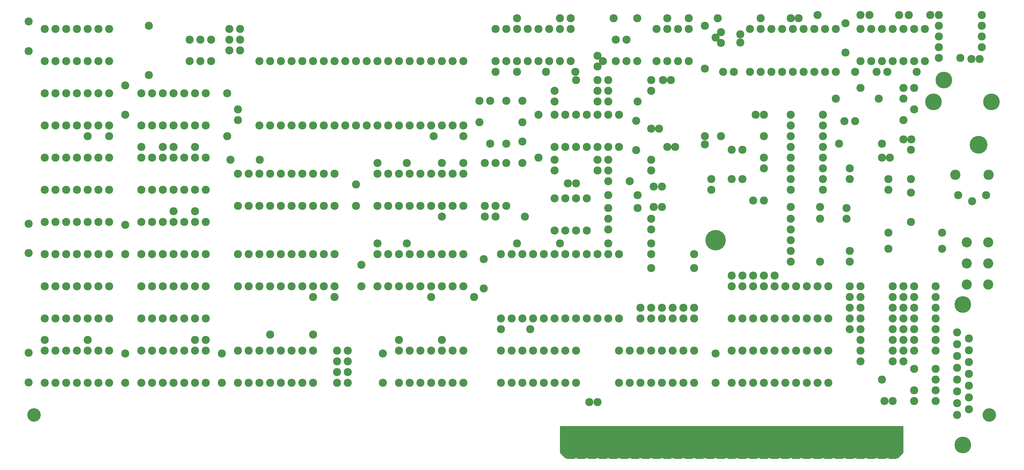
<source format=gbr>
G04 #@! TF.FileFunction,Soldermask,Bot*
%FSLAX46Y46*%
G04 Gerber Fmt 4.6, Leading zero omitted, Abs format (unit mm)*
G04 Created by KiCad (PCBNEW 4.0.7) date 01/18/19 16:59:07*
%MOMM*%
%LPD*%
G01*
G04 APERTURE LIST*
%ADD10C,0.100000*%
%ADD11C,1.924000*%
%ADD12R,1.924000X7.258000*%
%ADD13C,4.845000*%
%ADD14C,4.210000*%
%ADD15C,2.400000*%
%ADD16C,3.956000*%
%ADD17C,3.194000*%
%ADD18C,2.432000*%
%ADD19C,0.254000*%
G04 APERTURE END LIST*
D10*
D11*
X177165000Y-70104000D03*
X179070000Y-70104000D03*
X203200000Y-48260000D03*
X201295000Y-48260000D03*
X189230000Y-53340000D03*
X189230000Y-55245000D03*
X203200000Y-58420000D03*
X203200000Y-60960000D03*
X190754000Y-63500000D03*
X190754000Y-66040000D03*
X198120000Y-63500000D03*
X198120000Y-56515000D03*
X195580000Y-63500000D03*
X195580000Y-56515000D03*
X203200000Y-68580000D03*
X200660000Y-68580000D03*
X209550000Y-70104000D03*
X216535000Y-70104000D03*
X237998000Y-66675000D03*
X237998000Y-73660000D03*
X237998000Y-63500000D03*
X237998000Y-56515000D03*
X232664000Y-63500000D03*
X232664000Y-66040000D03*
X223520000Y-60960000D03*
X223520000Y-63500000D03*
X231140000Y-58420000D03*
X233045000Y-58420000D03*
X236220000Y-54102000D03*
X238125000Y-54102000D03*
X222250000Y-49784000D03*
X224790000Y-49784000D03*
X209550000Y-83058000D03*
X216535000Y-83058000D03*
X223520000Y-80518000D03*
X223520000Y-83058000D03*
X222758000Y-72898000D03*
X222758000Y-70358000D03*
X209550000Y-72898000D03*
X216535000Y-72898000D03*
X243840000Y-88900000D03*
X238760000Y-88900000D03*
X243840000Y-91440000D03*
X238760000Y-91440000D03*
X243840000Y-93980000D03*
X238760000Y-93980000D03*
X243840000Y-96520000D03*
X238760000Y-96520000D03*
X243840000Y-99060000D03*
X238760000Y-99060000D03*
X243840000Y-101600000D03*
X238760000Y-101600000D03*
X243840000Y-104140000D03*
X238760000Y-104140000D03*
X243840000Y-108458000D03*
X238760000Y-108458000D03*
X243840000Y-113538000D03*
X238760000Y-113538000D03*
X243840000Y-116078000D03*
X238760000Y-116078000D03*
X254254000Y-35052000D03*
X252349000Y-35052000D03*
X244602000Y-34798000D03*
X249682000Y-34798000D03*
X237490000Y-24638000D03*
X242570000Y-24638000D03*
X228219000Y-24638000D03*
X235204000Y-24638000D03*
X232410000Y-38100000D03*
X239395000Y-38100000D03*
X229870000Y-38100000D03*
X224790000Y-38100000D03*
X238760000Y-41910000D03*
X238760000Y-46990000D03*
X236220000Y-49530000D03*
X236220000Y-44450000D03*
X211455000Y-25400000D03*
X209550000Y-25400000D03*
X197612000Y-29210000D03*
X197612000Y-31115000D03*
X193548000Y-38100000D03*
X196088000Y-38100000D03*
X180340000Y-25400000D03*
X185420000Y-25400000D03*
X179324000Y-40005000D03*
X181229000Y-40005000D03*
X176530000Y-51562000D03*
X178435000Y-51562000D03*
X180340000Y-55880000D03*
X182245000Y-55880000D03*
X177165000Y-65278000D03*
X179070000Y-65278000D03*
X166370000Y-70358000D03*
X173355000Y-70358000D03*
X166370000Y-67310000D03*
X173355000Y-67310000D03*
X171450000Y-64008000D03*
X166370000Y-64008000D03*
X166370000Y-45085000D03*
X173355000Y-45085000D03*
X170688000Y-30480000D03*
X170688000Y-35560000D03*
X168148000Y-30480000D03*
X168148000Y-35560000D03*
X151638000Y-38100000D03*
X158623000Y-38100000D03*
X163830000Y-40005000D03*
X158750000Y-40005000D03*
X156845000Y-64516000D03*
X158750000Y-64516000D03*
X139700000Y-72390000D03*
X146685000Y-72390000D03*
X146050000Y-54610000D03*
X146050000Y-59690000D03*
X146050000Y-44958000D03*
X146050000Y-50038000D03*
X139700000Y-38100000D03*
X144780000Y-38100000D03*
X135890000Y-44958000D03*
X135890000Y-50038000D03*
X69850000Y-30480000D03*
X69850000Y-35560000D03*
X72390000Y-35560000D03*
X72390000Y-30480000D03*
X127000000Y-59690000D03*
X132080000Y-59690000D03*
X96520000Y-91440000D03*
X101600000Y-91440000D03*
X63500000Y-55880000D03*
X68580000Y-55880000D03*
X60960000Y-55880000D03*
X55880000Y-55880000D03*
X63500000Y-71120000D03*
X68580000Y-71120000D03*
X43180000Y-53340000D03*
X48260000Y-53340000D03*
X29210000Y-26162000D03*
X29210000Y-33147000D03*
X29210000Y-74041000D03*
X29210000Y-81026000D03*
X29210000Y-104648000D03*
X29210000Y-111633000D03*
X52070000Y-104775000D03*
X52070000Y-111760000D03*
X52070000Y-74295000D03*
X52070000Y-81280000D03*
X52070000Y-41275000D03*
X52070000Y-48260000D03*
X76962000Y-58928000D03*
X83947000Y-58928000D03*
X74930000Y-104775000D03*
X74930000Y-111760000D03*
X113030000Y-104775000D03*
X113030000Y-111760000D03*
X107950000Y-88900000D03*
X107950000Y-83820000D03*
X106680000Y-64770000D03*
X106680000Y-69850000D03*
X132080000Y-53340000D03*
X125095000Y-53340000D03*
X111760000Y-59690000D03*
X118745000Y-59690000D03*
X111760000Y-78740000D03*
X118745000Y-78740000D03*
X136906000Y-82423000D03*
X136906000Y-89408000D03*
X140970000Y-99060000D03*
X147955000Y-99060000D03*
X191770000Y-104775000D03*
X191770000Y-111760000D03*
X172974000Y-56642000D03*
X172974000Y-49657000D03*
X231775000Y-116078000D03*
X233680000Y-116078000D03*
X163830000Y-116332000D03*
X161925000Y-116332000D03*
X222504000Y-33528000D03*
X222504000Y-26543000D03*
X207518000Y-27940000D03*
X207518000Y-38100000D03*
X199898000Y-27940000D03*
X199898000Y-38100000D03*
X78740000Y-49530000D03*
X78740000Y-46990000D03*
X173990000Y-96520000D03*
X173990000Y-93980000D03*
X176530000Y-96520000D03*
X176530000Y-93980000D03*
X179070000Y-96520000D03*
X179070000Y-93980000D03*
X181610000Y-96520000D03*
X186690000Y-96520000D03*
X186690000Y-93980000D03*
X181610000Y-93980000D03*
X184150000Y-96520000D03*
X184150000Y-93980000D03*
X104775000Y-111760000D03*
X102235000Y-111760000D03*
X104775000Y-109220000D03*
X102235000Y-109220000D03*
X104775000Y-106680000D03*
X102235000Y-106680000D03*
X104775000Y-104140000D03*
X102235000Y-104140000D03*
D12*
X233680000Y-126111000D03*
X231140000Y-126111000D03*
X228600000Y-126111000D03*
X226060000Y-126111000D03*
X223520000Y-126111000D03*
X220980000Y-126111000D03*
X218440000Y-126111000D03*
X215900000Y-126111000D03*
X213360000Y-126111000D03*
X210820000Y-126111000D03*
X208280000Y-126111000D03*
X205740000Y-126111000D03*
X203200000Y-126111000D03*
X200660000Y-126111000D03*
X198120000Y-126111000D03*
X195580000Y-126111000D03*
X193040000Y-126111000D03*
X190500000Y-126111000D03*
X187960000Y-126111000D03*
X185420000Y-126111000D03*
X182880000Y-126111000D03*
X180340000Y-126111000D03*
X177800000Y-126111000D03*
X175260000Y-126111000D03*
X172720000Y-126111000D03*
X170180000Y-126111000D03*
X167640000Y-126111000D03*
X165100000Y-126111000D03*
X162560000Y-126111000D03*
X160020000Y-126111000D03*
X157480000Y-126111000D03*
D11*
X71120000Y-101600000D03*
X68580000Y-101600000D03*
X232664000Y-76200000D03*
X245364000Y-76200000D03*
X232664000Y-80010000D03*
X245364000Y-80010000D03*
X231140000Y-110998000D03*
X243840000Y-110998000D03*
X209550000Y-80518000D03*
X209550000Y-77978000D03*
X209550000Y-75438000D03*
D13*
X191770000Y-77978000D03*
D11*
X203200000Y-53340000D03*
X193040000Y-53340000D03*
X220980000Y-55118000D03*
X231140000Y-55118000D03*
X230378000Y-44450000D03*
X220218000Y-44450000D03*
X236220000Y-41910000D03*
X226060000Y-41910000D03*
X244602000Y-24638000D03*
X254762000Y-24638000D03*
X254762000Y-27178000D03*
X244602000Y-27178000D03*
X254762000Y-29718000D03*
X244602000Y-29718000D03*
X254762000Y-32258000D03*
X244602000Y-32258000D03*
X215900000Y-24638000D03*
X226060000Y-24638000D03*
X220218000Y-38100000D03*
X220218000Y-27940000D03*
X217678000Y-38100000D03*
X217678000Y-27940000D03*
X215138000Y-38100000D03*
X215138000Y-27940000D03*
X212598000Y-27940000D03*
X212598000Y-38100000D03*
X210058000Y-38100000D03*
X210058000Y-27940000D03*
X204978000Y-27940000D03*
X204978000Y-38100000D03*
X202438000Y-27940000D03*
X202438000Y-38100000D03*
X192278000Y-25400000D03*
X202438000Y-25400000D03*
X189230000Y-27178000D03*
X189230000Y-37338000D03*
X176530000Y-84582000D03*
X186690000Y-84582000D03*
X176530000Y-78740000D03*
X166370000Y-78740000D03*
X176530000Y-72898000D03*
X166370000Y-72898000D03*
X166370000Y-61468000D03*
X176530000Y-61468000D03*
X176530000Y-58928000D03*
X166370000Y-58928000D03*
X176530000Y-42545000D03*
X166370000Y-42545000D03*
X166370000Y-40005000D03*
X176530000Y-40005000D03*
X173228000Y-25400000D03*
X173228000Y-35560000D03*
X157480000Y-25400000D03*
X167640000Y-25400000D03*
X163830000Y-42545000D03*
X153670000Y-42545000D03*
X163830000Y-45085000D03*
X153670000Y-45085000D03*
X163830000Y-58928000D03*
X153670000Y-58928000D03*
X163830000Y-61468000D03*
X153670000Y-61468000D03*
X142240000Y-69850000D03*
X142240000Y-59690000D03*
X139700000Y-69850000D03*
X139700000Y-59690000D03*
X137160000Y-59690000D03*
X137160000Y-69850000D03*
X149860000Y-58420000D03*
X149860000Y-48260000D03*
X142240000Y-44958000D03*
X142240000Y-55118000D03*
X138430000Y-44958000D03*
X138430000Y-55118000D03*
X144780000Y-25400000D03*
X154940000Y-25400000D03*
X137160000Y-72390000D03*
X127000000Y-72390000D03*
X134620000Y-91440000D03*
X124460000Y-91440000D03*
X116840000Y-101600000D03*
X127000000Y-101600000D03*
X96520000Y-100330000D03*
X86360000Y-100330000D03*
X76200000Y-43180000D03*
X76200000Y-53340000D03*
X33020000Y-101600000D03*
X43180000Y-101600000D03*
X236220000Y-106680000D03*
X236220000Y-104140000D03*
X236220000Y-101600000D03*
X236220000Y-99060000D03*
X236220000Y-96520000D03*
X236220000Y-93980000D03*
X236220000Y-91440000D03*
X236220000Y-88900000D03*
X223520000Y-99060000D03*
X223520000Y-96520000D03*
X223520000Y-93980000D03*
X223520000Y-91440000D03*
X223520000Y-88900000D03*
X195580000Y-86360000D03*
X198120000Y-86360000D03*
X200660000Y-86360000D03*
X203200000Y-86360000D03*
X205740000Y-86360000D03*
X79248000Y-33020000D03*
X79248000Y-30480000D03*
X79248000Y-27940000D03*
X163830000Y-34290000D03*
X165100000Y-35560000D03*
X163830000Y-36830000D03*
X193040000Y-31242000D03*
X191770000Y-29972000D03*
X193040000Y-28702000D03*
X76708000Y-33020000D03*
X76708000Y-30480000D03*
X76708000Y-27940000D03*
X233680000Y-106680000D03*
X233680000Y-104140000D03*
X233680000Y-101600000D03*
X233680000Y-99060000D03*
X233680000Y-96520000D03*
X233680000Y-93980000D03*
X233680000Y-91440000D03*
X226060000Y-91440000D03*
X226060000Y-93980000D03*
X226060000Y-96520000D03*
X226060000Y-99060000D03*
X226060000Y-101600000D03*
X226060000Y-104140000D03*
X226060000Y-106680000D03*
X233680000Y-88900000D03*
X226060000Y-88900000D03*
X195580000Y-111760000D03*
X198120000Y-111760000D03*
X200660000Y-111760000D03*
X203200000Y-111760000D03*
X205740000Y-111760000D03*
X208280000Y-111760000D03*
X210820000Y-111760000D03*
X200660000Y-104140000D03*
X218440000Y-104140000D03*
X215900000Y-104140000D03*
X213360000Y-104140000D03*
X210820000Y-104140000D03*
X208280000Y-104140000D03*
X205740000Y-104140000D03*
X213360000Y-111760000D03*
X203200000Y-104140000D03*
X215900000Y-111760000D03*
X218440000Y-111760000D03*
X198120000Y-104140000D03*
X195580000Y-104140000D03*
X195580000Y-96520000D03*
X198120000Y-96520000D03*
X200660000Y-96520000D03*
X203200000Y-96520000D03*
X205740000Y-96520000D03*
X208280000Y-96520000D03*
X210820000Y-96520000D03*
X200660000Y-88900000D03*
X218440000Y-88900000D03*
X215900000Y-88900000D03*
X213360000Y-88900000D03*
X210820000Y-88900000D03*
X208280000Y-88900000D03*
X205740000Y-88900000D03*
X213360000Y-96520000D03*
X203200000Y-88900000D03*
X215900000Y-96520000D03*
X218440000Y-96520000D03*
X198120000Y-88900000D03*
X195580000Y-88900000D03*
X217170000Y-66040000D03*
X217170000Y-63500000D03*
X217170000Y-60960000D03*
X217170000Y-58420000D03*
X217170000Y-55880000D03*
X217170000Y-53340000D03*
X217170000Y-50800000D03*
X209550000Y-50800000D03*
X209550000Y-53340000D03*
X209550000Y-55880000D03*
X209550000Y-58420000D03*
X209550000Y-60960000D03*
X209550000Y-63500000D03*
X209550000Y-66040000D03*
X217170000Y-48260000D03*
X209550000Y-48260000D03*
X226060000Y-35560000D03*
X228600000Y-35560000D03*
X231140000Y-35560000D03*
X233680000Y-35560000D03*
X236220000Y-35560000D03*
X238760000Y-35560000D03*
X241300000Y-35560000D03*
X241300000Y-27940000D03*
X238760000Y-27940000D03*
X236220000Y-27940000D03*
X233680000Y-27940000D03*
X231140000Y-27940000D03*
X228600000Y-27940000D03*
X226060000Y-27940000D03*
X177800000Y-35560000D03*
X180340000Y-35560000D03*
X182880000Y-35560000D03*
X185420000Y-35560000D03*
X185420000Y-27940000D03*
X182880000Y-27940000D03*
X180340000Y-27940000D03*
X177800000Y-27940000D03*
X168910000Y-111760000D03*
X171450000Y-111760000D03*
X173990000Y-111760000D03*
X176530000Y-111760000D03*
X179070000Y-111760000D03*
X181610000Y-111760000D03*
X184150000Y-111760000D03*
X184150000Y-104140000D03*
X181610000Y-104140000D03*
X179070000Y-104140000D03*
X176530000Y-104140000D03*
X173990000Y-104140000D03*
X171450000Y-104140000D03*
X168910000Y-104140000D03*
X186690000Y-111760000D03*
X186690000Y-104140000D03*
X140970000Y-111760000D03*
X143510000Y-111760000D03*
X146050000Y-111760000D03*
X148590000Y-111760000D03*
X151130000Y-111760000D03*
X153670000Y-111760000D03*
X156210000Y-111760000D03*
X156210000Y-104140000D03*
X153670000Y-104140000D03*
X151130000Y-104140000D03*
X148590000Y-104140000D03*
X146050000Y-104140000D03*
X143510000Y-104140000D03*
X140970000Y-104140000D03*
X158750000Y-111760000D03*
X158750000Y-104140000D03*
X153670000Y-75692000D03*
X156210000Y-75692000D03*
X158750000Y-75692000D03*
X161290000Y-75692000D03*
X161290000Y-68072000D03*
X158750000Y-68072000D03*
X156210000Y-68072000D03*
X153670000Y-68072000D03*
X153670000Y-55880000D03*
X156210000Y-55880000D03*
X158750000Y-55880000D03*
X161290000Y-55880000D03*
X163830000Y-55880000D03*
X166370000Y-55880000D03*
X168910000Y-55880000D03*
X168910000Y-48260000D03*
X166370000Y-48260000D03*
X163830000Y-48260000D03*
X161290000Y-48260000D03*
X158750000Y-48260000D03*
X156210000Y-48260000D03*
X153670000Y-48260000D03*
X139700000Y-35560000D03*
X142240000Y-35560000D03*
X144780000Y-35560000D03*
X147320000Y-35560000D03*
X149860000Y-35560000D03*
X152400000Y-35560000D03*
X154940000Y-35560000D03*
X154940000Y-27940000D03*
X152400000Y-27940000D03*
X149860000Y-27940000D03*
X147320000Y-27940000D03*
X144780000Y-27940000D03*
X142240000Y-27940000D03*
X139700000Y-27940000D03*
X157480000Y-35560000D03*
X157480000Y-27940000D03*
X132080000Y-35560000D03*
X129540000Y-35560000D03*
X127000000Y-35560000D03*
X124460000Y-35560000D03*
X121920000Y-35560000D03*
X119380000Y-35560000D03*
X116840000Y-35560000D03*
X88900000Y-35560000D03*
X106680000Y-35560000D03*
X104140000Y-35560000D03*
X101600000Y-35560000D03*
X99060000Y-35560000D03*
X96520000Y-35560000D03*
X93980000Y-35560000D03*
X114300000Y-35560000D03*
X91440000Y-35560000D03*
X111760000Y-35560000D03*
X109220000Y-35560000D03*
X86360000Y-35560000D03*
X83820000Y-35560000D03*
X83820000Y-50800000D03*
X86360000Y-50800000D03*
X88900000Y-50800000D03*
X91440000Y-50800000D03*
X93980000Y-50800000D03*
X96520000Y-50800000D03*
X99060000Y-50800000D03*
X101600000Y-50800000D03*
X104140000Y-50800000D03*
X106680000Y-50800000D03*
X109220000Y-50800000D03*
X111760000Y-50800000D03*
X114300000Y-50800000D03*
X116840000Y-50800000D03*
X119380000Y-50800000D03*
X121920000Y-50800000D03*
X124460000Y-50800000D03*
X127000000Y-50800000D03*
X129540000Y-50800000D03*
X132080000Y-50800000D03*
X111760000Y-69850000D03*
X114300000Y-69850000D03*
X116840000Y-69850000D03*
X119380000Y-69850000D03*
X121920000Y-69850000D03*
X124460000Y-69850000D03*
X127000000Y-69850000D03*
X111760000Y-62230000D03*
X129540000Y-62230000D03*
X127000000Y-62230000D03*
X124460000Y-62230000D03*
X121920000Y-62230000D03*
X119380000Y-62230000D03*
X116840000Y-62230000D03*
X129540000Y-69850000D03*
X114300000Y-62230000D03*
X132080000Y-69850000D03*
X132080000Y-62230000D03*
X111760000Y-88900000D03*
X114300000Y-88900000D03*
X116840000Y-88900000D03*
X119380000Y-88900000D03*
X121920000Y-88900000D03*
X124460000Y-88900000D03*
X127000000Y-88900000D03*
X111760000Y-81280000D03*
X129540000Y-81280000D03*
X127000000Y-81280000D03*
X124460000Y-81280000D03*
X121920000Y-81280000D03*
X119380000Y-81280000D03*
X116840000Y-81280000D03*
X129540000Y-88900000D03*
X114300000Y-81280000D03*
X132080000Y-88900000D03*
X132080000Y-81280000D03*
X116840000Y-111760000D03*
X119380000Y-111760000D03*
X121920000Y-111760000D03*
X124460000Y-111760000D03*
X127000000Y-111760000D03*
X129540000Y-111760000D03*
X132080000Y-111760000D03*
X132080000Y-104140000D03*
X129540000Y-104140000D03*
X127000000Y-104140000D03*
X124460000Y-104140000D03*
X121920000Y-104140000D03*
X119380000Y-104140000D03*
X116840000Y-104140000D03*
X78740000Y-111760000D03*
X81280000Y-111760000D03*
X83820000Y-111760000D03*
X86360000Y-111760000D03*
X88900000Y-111760000D03*
X91440000Y-111760000D03*
X93980000Y-111760000D03*
X93980000Y-104140000D03*
X91440000Y-104140000D03*
X88900000Y-104140000D03*
X86360000Y-104140000D03*
X83820000Y-104140000D03*
X81280000Y-104140000D03*
X78740000Y-104140000D03*
X96520000Y-111760000D03*
X96520000Y-104140000D03*
X78740000Y-88900000D03*
X81280000Y-88900000D03*
X83820000Y-88900000D03*
X86360000Y-88900000D03*
X88900000Y-88900000D03*
X91440000Y-88900000D03*
X93980000Y-88900000D03*
X83820000Y-81280000D03*
X101600000Y-81280000D03*
X99060000Y-81280000D03*
X96520000Y-81280000D03*
X93980000Y-81280000D03*
X91440000Y-81280000D03*
X88900000Y-81280000D03*
X96520000Y-88900000D03*
X86360000Y-81280000D03*
X99060000Y-88900000D03*
X101600000Y-88900000D03*
X81280000Y-81280000D03*
X78740000Y-81280000D03*
X78740000Y-69850000D03*
X81280000Y-69850000D03*
X83820000Y-69850000D03*
X86360000Y-69850000D03*
X88900000Y-69850000D03*
X91440000Y-69850000D03*
X93980000Y-69850000D03*
X83820000Y-62230000D03*
X101600000Y-62230000D03*
X99060000Y-62230000D03*
X96520000Y-62230000D03*
X93980000Y-62230000D03*
X91440000Y-62230000D03*
X88900000Y-62230000D03*
X96520000Y-69850000D03*
X86360000Y-62230000D03*
X99060000Y-69850000D03*
X101600000Y-69850000D03*
X81280000Y-62230000D03*
X78740000Y-62230000D03*
X55880000Y-50800000D03*
X58420000Y-50800000D03*
X60960000Y-50800000D03*
X63500000Y-50800000D03*
X66040000Y-50800000D03*
X68580000Y-50800000D03*
X71120000Y-50800000D03*
X71120000Y-43180000D03*
X68580000Y-43180000D03*
X66040000Y-43180000D03*
X63500000Y-43180000D03*
X60960000Y-43180000D03*
X58420000Y-43180000D03*
X55880000Y-43180000D03*
X55880000Y-66040000D03*
X58420000Y-66040000D03*
X60960000Y-66040000D03*
X63500000Y-66040000D03*
X66040000Y-66040000D03*
X68580000Y-66040000D03*
X71120000Y-66040000D03*
X71120000Y-58420000D03*
X68580000Y-58420000D03*
X66040000Y-58420000D03*
X63500000Y-58420000D03*
X60960000Y-58420000D03*
X58420000Y-58420000D03*
X55880000Y-58420000D03*
X55880000Y-81280000D03*
X58420000Y-81280000D03*
X60960000Y-81280000D03*
X63500000Y-81280000D03*
X66040000Y-81280000D03*
X68580000Y-81280000D03*
X71120000Y-81280000D03*
X71120000Y-73660000D03*
X68580000Y-73660000D03*
X66040000Y-73660000D03*
X63500000Y-73660000D03*
X60960000Y-73660000D03*
X58420000Y-73660000D03*
X55880000Y-73660000D03*
X55880000Y-96520000D03*
X58420000Y-96520000D03*
X60960000Y-96520000D03*
X63500000Y-96520000D03*
X66040000Y-96520000D03*
X68580000Y-96520000D03*
X71120000Y-96520000D03*
X71120000Y-88900000D03*
X68580000Y-88900000D03*
X66040000Y-88900000D03*
X63500000Y-88900000D03*
X60960000Y-88900000D03*
X58420000Y-88900000D03*
X55880000Y-88900000D03*
X55880000Y-111760000D03*
X58420000Y-111760000D03*
X60960000Y-111760000D03*
X63500000Y-111760000D03*
X66040000Y-111760000D03*
X68580000Y-111760000D03*
X71120000Y-111760000D03*
X71120000Y-104140000D03*
X68580000Y-104140000D03*
X66040000Y-104140000D03*
X63500000Y-104140000D03*
X60960000Y-104140000D03*
X58420000Y-104140000D03*
X55880000Y-104140000D03*
X33020000Y-111760000D03*
X35560000Y-111760000D03*
X38100000Y-111760000D03*
X40640000Y-111760000D03*
X43180000Y-111760000D03*
X45720000Y-111760000D03*
X48260000Y-111760000D03*
X48260000Y-104140000D03*
X45720000Y-104140000D03*
X43180000Y-104140000D03*
X40640000Y-104140000D03*
X38100000Y-104140000D03*
X35560000Y-104140000D03*
X33020000Y-104140000D03*
X33020000Y-96520000D03*
X35560000Y-96520000D03*
X38100000Y-96520000D03*
X40640000Y-96520000D03*
X43180000Y-96520000D03*
X45720000Y-96520000D03*
X48260000Y-96520000D03*
X48260000Y-88900000D03*
X45720000Y-88900000D03*
X43180000Y-88900000D03*
X40640000Y-88900000D03*
X38100000Y-88900000D03*
X35560000Y-88900000D03*
X33020000Y-88900000D03*
X33020000Y-81280000D03*
X35560000Y-81280000D03*
X38100000Y-81280000D03*
X40640000Y-81280000D03*
X43180000Y-81280000D03*
X45720000Y-81280000D03*
X48260000Y-81280000D03*
X48260000Y-73660000D03*
X45720000Y-73660000D03*
X43180000Y-73660000D03*
X40640000Y-73660000D03*
X38100000Y-73660000D03*
X35560000Y-73660000D03*
X33020000Y-73660000D03*
X33020000Y-66040000D03*
X35560000Y-66040000D03*
X38100000Y-66040000D03*
X40640000Y-66040000D03*
X43180000Y-66040000D03*
X45720000Y-66040000D03*
X48260000Y-66040000D03*
X48260000Y-58420000D03*
X45720000Y-58420000D03*
X43180000Y-58420000D03*
X40640000Y-58420000D03*
X38100000Y-58420000D03*
X35560000Y-58420000D03*
X33020000Y-58420000D03*
X33020000Y-50800000D03*
X35560000Y-50800000D03*
X38100000Y-50800000D03*
X40640000Y-50800000D03*
X43180000Y-50800000D03*
X45720000Y-50800000D03*
X48260000Y-50800000D03*
X48260000Y-43180000D03*
X45720000Y-43180000D03*
X43180000Y-43180000D03*
X40640000Y-43180000D03*
X38100000Y-43180000D03*
X35560000Y-43180000D03*
X33020000Y-43180000D03*
X33020000Y-35560000D03*
X35560000Y-35560000D03*
X38100000Y-35560000D03*
X40640000Y-35560000D03*
X43180000Y-35560000D03*
X45720000Y-35560000D03*
X48260000Y-35560000D03*
X48260000Y-27940000D03*
X45720000Y-27940000D03*
X43180000Y-27940000D03*
X40640000Y-27940000D03*
X38100000Y-27940000D03*
X35560000Y-27940000D03*
X33020000Y-27940000D03*
X57658000Y-38862000D03*
X67310000Y-35560000D03*
X67310000Y-30480000D03*
X57658000Y-27178000D03*
X166370000Y-75438000D03*
X176530000Y-75438000D03*
X186690000Y-81280000D03*
X176530000Y-81280000D03*
X154940000Y-78740000D03*
X144780000Y-78740000D03*
X140970000Y-96520000D03*
X143510000Y-96520000D03*
X146050000Y-96520000D03*
X148590000Y-96520000D03*
X151130000Y-96520000D03*
X153670000Y-96520000D03*
X156210000Y-96520000D03*
X156210000Y-81280000D03*
X166370000Y-96520000D03*
X168910000Y-96520000D03*
X168910000Y-81280000D03*
X166370000Y-81280000D03*
X163830000Y-81280000D03*
X161290000Y-81280000D03*
X158750000Y-96520000D03*
X158750000Y-81280000D03*
X161290000Y-96520000D03*
X163830000Y-96520000D03*
X153670000Y-81280000D03*
X151130000Y-81280000D03*
X148590000Y-81280000D03*
X146050000Y-81280000D03*
X143510000Y-81280000D03*
X140970000Y-81280000D03*
D14*
X254000000Y-55372000D03*
D15*
X256286000Y-83486000D03*
X251286000Y-78486000D03*
X251286000Y-88486000D03*
X256286000Y-88486000D03*
X256286000Y-78486000D03*
X251286000Y-83486000D03*
D16*
X257048000Y-45212000D03*
X245846600Y-40005000D03*
X243357400Y-45212000D03*
D17*
X256540000Y-119380000D03*
X30480000Y-119380000D03*
D11*
X248920000Y-116586000D03*
X248920000Y-119380000D03*
X248920000Y-113792000D03*
X248920000Y-110998000D03*
X248920000Y-108204000D03*
X248920000Y-105410000D03*
X248920000Y-102616000D03*
X248920000Y-99822000D03*
X251790200Y-117983000D03*
X251790200Y-115189000D03*
X251790200Y-112395000D03*
X251790200Y-109601000D03*
X251790200Y-106807000D03*
X251790200Y-104013000D03*
X251790200Y-101219000D03*
D16*
X250355100Y-126441200D03*
X250355100Y-93167200D03*
D11*
X249174000Y-67310000D03*
X255778000Y-67310000D03*
X252476000Y-68707000D03*
D18*
X248539000Y-62484000D03*
X256413000Y-62484000D03*
D19*
G36*
X236093000Y-128217394D02*
X234897394Y-129413000D01*
X156262606Y-129413000D01*
X155067000Y-128217394D01*
X155067000Y-122047000D01*
X236093000Y-122047000D01*
X236093000Y-128217394D01*
X236093000Y-128217394D01*
G37*
X236093000Y-128217394D02*
X234897394Y-129413000D01*
X156262606Y-129413000D01*
X155067000Y-128217394D01*
X155067000Y-122047000D01*
X236093000Y-122047000D01*
X236093000Y-128217394D01*
M02*

</source>
